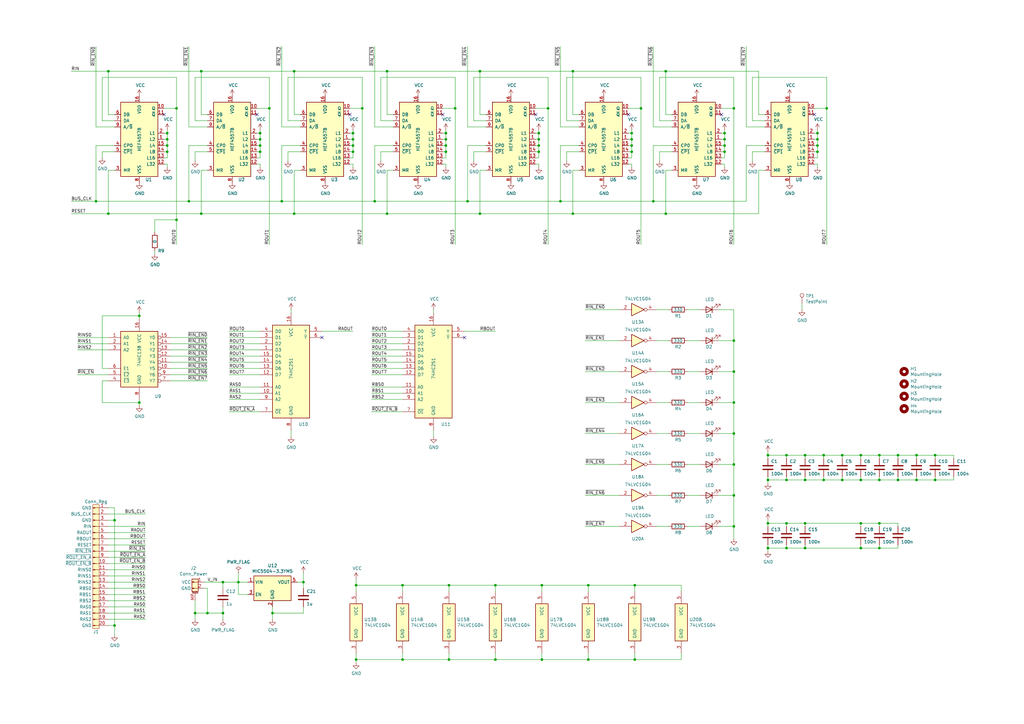
<source format=kicad_sch>
(kicad_sch (version 20211123) (generator eeschema)
  (paper "A3")
  (junction (at 191.77 82.55))
  (junction (at 182.88 62.23))
  (junction (at 124.46 238.76))
  (junction (at 297.18 57.15))
  (junction (at 229.87 82.55))
  (junction (at 375.92 196.85))
  (junction (at 106.68 57.15))
  (junction (at 314.96 224.79))
  (junction (at 337.82 186.69))
  (junction (at 82.55 29.21))
  (junction (at 165.1 240.03))
  (junction (at 120.65 87.63))
  (junction (at 259.08 59.69))
  (junction (at 115.57 82.55))
  (junction (at 337.82 196.85))
  (junction (at 46.99 256.54))
  (junction (at 241.3 240.03))
  (junction (at 68.58 54.61))
  (junction (at 186.69 44.45))
  (junction (at 57.15 129.54))
  (junction (at 91.44 238.76))
  (junction (at 335.28 62.23))
  (junction (at 330.2 186.69))
  (junction (at 300.99 152.4))
  (junction (at 267.97 82.55))
  (junction (at 262.89 44.45))
  (junction (at 158.75 29.21))
  (junction (at 368.3 196.85))
  (junction (at 44.45 29.21))
  (junction (at 335.28 57.15))
  (junction (at 314.96 186.69))
  (junction (at 68.58 62.23))
  (junction (at 260.35 240.03))
  (junction (at 300.99 165.1))
  (junction (at 165.1 270.51))
  (junction (at 82.55 87.63))
  (junction (at 146.05 240.03))
  (junction (at 85.09 251.46))
  (junction (at 97.79 238.76))
  (junction (at 68.58 57.15))
  (junction (at 196.85 29.21))
  (junction (at 182.88 59.69))
  (junction (at 91.44 251.46))
  (junction (at 353.06 224.79))
  (junction (at 297.18 59.69))
  (junction (at 184.15 270.51))
  (junction (at 111.76 251.46))
  (junction (at 182.88 54.61))
  (junction (at 297.18 62.23))
  (junction (at 322.58 196.85))
  (junction (at 196.85 87.63))
  (junction (at 322.58 224.79))
  (junction (at 330.2 224.79))
  (junction (at 106.68 54.61))
  (junction (at 110.49 44.45))
  (junction (at 300.99 215.9))
  (junction (at 375.92 186.69))
  (junction (at 68.58 59.69))
  (junction (at 345.44 186.69))
  (junction (at 203.2 270.51))
  (junction (at 241.3 270.51))
  (junction (at 360.68 224.79))
  (junction (at 335.28 59.69))
  (junction (at 322.58 186.69))
  (junction (at 330.2 214.63))
  (junction (at 148.59 44.45))
  (junction (at 46.99 213.36))
  (junction (at 322.58 214.63))
  (junction (at 80.01 251.46))
  (junction (at 360.68 214.63))
  (junction (at 220.98 59.69))
  (junction (at 234.95 87.63))
  (junction (at 297.18 54.61))
  (junction (at 158.75 87.63))
  (junction (at 77.47 82.55))
  (junction (at 360.68 186.69))
  (junction (at 353.06 196.85))
  (junction (at 153.67 82.55))
  (junction (at 259.08 54.61))
  (junction (at 273.05 29.21))
  (junction (at 220.98 57.15))
  (junction (at 120.65 29.21))
  (junction (at 360.68 196.85))
  (junction (at 314.96 214.63))
  (junction (at 203.2 240.03))
  (junction (at 300.99 203.2))
  (junction (at 144.78 57.15))
  (junction (at 335.28 54.61))
  (junction (at 106.68 59.69))
  (junction (at 353.06 186.69))
  (junction (at 273.05 87.63))
  (junction (at 259.08 62.23))
  (junction (at 368.3 186.69))
  (junction (at 383.54 186.69))
  (junction (at 314.96 196.85))
  (junction (at 222.25 270.51))
  (junction (at 146.05 270.51))
  (junction (at 144.78 54.61))
  (junction (at 353.06 214.63))
  (junction (at 224.79 44.45))
  (junction (at 72.39 90.17))
  (junction (at 39.37 82.55))
  (junction (at 330.2 196.85))
  (junction (at 184.15 240.03))
  (junction (at 44.45 87.63))
  (junction (at 106.68 62.23))
  (junction (at 220.98 62.23))
  (junction (at 383.54 196.85))
  (junction (at 144.78 62.23))
  (junction (at 260.35 270.51))
  (junction (at 259.08 57.15))
  (junction (at 220.98 54.61))
  (junction (at 339.09 44.45))
  (junction (at 57.15 165.1))
  (junction (at 72.39 44.45))
  (junction (at 182.88 57.15))
  (junction (at 300.99 139.7))
  (junction (at 300.99 177.8))
  (junction (at 144.78 59.69))
  (junction (at 345.44 196.85))
  (junction (at 300.99 190.5))
  (junction (at 222.25 240.03))
  (junction (at 300.99 44.45))
  (junction (at 234.95 29.21))
  (no_connect (at 67.31 46.99))
  (no_connect (at 219.71 46.99))
  (no_connect (at 190.5 138.43))
  (no_connect (at 143.51 46.99))
  (no_connect (at 257.81 46.99))
  (no_connect (at 181.61 46.99))
  (no_connect (at 132.08 138.43))
  (no_connect (at 295.91 46.99))
  (no_connect (at 334.01 46.99))
  (no_connect (at 105.41 46.99))
  (wire (pts (xy 300.99 44.45) (xy 300.99 31.75)))
  (wire (pts (xy 219.71 67.31) (xy 220.98 67.31)))
  (wire (pts (xy 203.2 242.57) (xy 203.2 240.03)))
  (wire (pts (xy 360.68 215.9) (xy 360.68 214.63)))
  (wire (pts (xy 82.55 29.21) (xy 120.65 29.21)))
  (wire (pts (xy 59.69 241.3) (xy 44.45 241.3)))
  (wire (pts (xy 106.68 153.67) (xy 93.98 153.67)))
  (wire (pts (xy 41.91 129.54) (xy 57.15 129.54)))
  (wire (pts (xy 259.08 64.77) (xy 257.81 64.77)))
  (wire (pts (xy 115.57 59.69) (xy 123.19 59.69)))
  (wire (pts (xy 203.2 267.97) (xy 203.2 270.51)))
  (wire (pts (xy 273.05 29.21) (xy 311.15 29.21)))
  (wire (pts (xy 124.46 248.92) (xy 124.46 251.46)))
  (wire (pts (xy 353.06 196.85) (xy 360.68 196.85)))
  (wire (pts (xy 259.08 54.61) (xy 257.81 54.61)))
  (wire (pts (xy 158.75 87.63) (xy 120.65 87.63)))
  (wire (pts (xy 106.68 163.83) (xy 93.98 163.83)))
  (wire (pts (xy 161.29 52.07) (xy 153.67 52.07)))
  (wire (pts (xy 196.85 46.99) (xy 199.39 46.99)))
  (wire (pts (xy 279.4 270.51) (xy 279.4 267.97)))
  (wire (pts (xy 44.45 87.63) (xy 29.21 87.63)))
  (wire (pts (xy 158.75 46.99) (xy 161.29 46.99)))
  (wire (pts (xy 330.2 186.69) (xy 330.2 187.96)))
  (wire (pts (xy 337.82 196.85) (xy 345.44 196.85)))
  (wire (pts (xy 143.51 67.31) (xy 144.78 67.31)))
  (wire (pts (xy 294.64 215.9) (xy 300.99 215.9)))
  (wire (pts (xy 165.1 143.51) (xy 152.4 143.51)))
  (wire (pts (xy 360.68 186.69) (xy 360.68 187.96)))
  (wire (pts (xy 182.88 54.61) (xy 181.61 54.61)))
  (wire (pts (xy 46.99 208.28) (xy 44.45 208.28)))
  (wire (pts (xy 31.75 138.43) (xy 44.45 138.43)))
  (wire (pts (xy 330.2 223.52) (xy 330.2 224.79)))
  (wire (pts (xy 199.39 49.53) (xy 194.31 49.53)))
  (wire (pts (xy 152.4 151.13) (xy 165.1 151.13)))
  (wire (pts (xy 124.46 238.76) (xy 121.92 238.76)))
  (wire (pts (xy 161.29 69.85) (xy 158.75 69.85)))
  (wire (pts (xy 161.29 59.69) (xy 153.67 59.69)))
  (wire (pts (xy 144.78 59.69) (xy 143.51 59.69)))
  (wire (pts (xy 279.4 240.03) (xy 279.4 242.57)))
  (wire (pts (xy 391.16 196.85) (xy 391.16 195.58)))
  (wire (pts (xy 259.08 59.69) (xy 259.08 62.23)))
  (wire (pts (xy 294.64 152.4) (xy 300.99 152.4)))
  (wire (pts (xy 294.64 165.1) (xy 300.99 165.1)))
  (wire (pts (xy 153.67 59.69) (xy 153.67 82.55)))
  (wire (pts (xy 297.18 67.31) (xy 297.18 68.58)))
  (wire (pts (xy 220.98 53.34) (xy 220.98 54.61)))
  (wire (pts (xy 118.11 49.53) (xy 123.19 49.53)))
  (wire (pts (xy 260.35 270.51) (xy 279.4 270.51)))
  (wire (pts (xy 143.51 62.23) (xy 144.78 62.23)))
  (wire (pts (xy 196.85 87.63) (xy 196.85 69.85)))
  (wire (pts (xy 165.1 161.29) (xy 152.4 161.29)))
  (wire (pts (xy 300.99 44.45) (xy 300.99 100.33)))
  (wire (pts (xy 119.38 127) (xy 119.38 128.27)))
  (wire (pts (xy 181.61 62.23) (xy 182.88 62.23)))
  (wire (pts (xy 273.05 87.63) (xy 273.05 69.85)))
  (wire (pts (xy 306.07 82.55) (xy 267.97 82.55)))
  (wire (pts (xy 254 203.2) (xy 240.03 203.2)))
  (wire (pts (xy 322.58 214.63) (xy 314.96 214.63)))
  (wire (pts (xy 339.09 44.45) (xy 339.09 31.75)))
  (wire (pts (xy 334.01 44.45) (xy 339.09 44.45)))
  (wire (pts (xy 69.85 143.51) (xy 85.09 143.51)))
  (wire (pts (xy 234.95 87.63) (xy 234.95 69.85)))
  (wire (pts (xy 330.2 196.85) (xy 337.82 196.85)))
  (wire (pts (xy 281.94 203.2) (xy 287.02 203.2)))
  (wire (pts (xy 353.06 187.96) (xy 353.06 186.69)))
  (wire (pts (xy 330.2 214.63) (xy 353.06 214.63)))
  (wire (pts (xy 153.67 52.07) (xy 153.67 19.05)))
  (wire (pts (xy 237.49 52.07) (xy 229.87 52.07)))
  (wire (pts (xy 41.91 31.75) (xy 72.39 31.75)))
  (wire (pts (xy 267.97 82.55) (xy 229.87 82.55)))
  (wire (pts (xy 152.4 146.05) (xy 165.1 146.05)))
  (wire (pts (xy 80.01 66.04) (xy 80.01 62.23)))
  (wire (pts (xy 254 152.4) (xy 240.03 152.4)))
  (wire (pts (xy 106.68 143.51) (xy 93.98 143.51)))
  (wire (pts (xy 314.96 224.79) (xy 314.96 226.06)))
  (wire (pts (xy 152.4 158.75) (xy 165.1 158.75)))
  (wire (pts (xy 260.35 242.57) (xy 260.35 240.03)))
  (wire (pts (xy 308.61 31.75) (xy 308.61 49.53)))
  (wire (pts (xy 220.98 59.69) (xy 219.71 59.69)))
  (wire (pts (xy 273.05 46.99) (xy 273.05 29.21)))
  (wire (pts (xy 353.06 214.63) (xy 353.06 215.9)))
  (wire (pts (xy 106.68 54.61) (xy 106.68 57.15)))
  (wire (pts (xy 334.01 57.15) (xy 335.28 57.15)))
  (wire (pts (xy 311.15 69.85) (xy 311.15 87.63)))
  (wire (pts (xy 254 127) (xy 240.03 127)))
  (wire (pts (xy 144.78 53.34) (xy 144.78 54.61)))
  (wire (pts (xy 46.99 213.36) (xy 46.99 256.54)))
  (wire (pts (xy 158.75 29.21) (xy 196.85 29.21)))
  (wire (pts (xy 186.69 44.45) (xy 186.69 31.75)))
  (wire (pts (xy 120.65 87.63) (xy 120.65 69.85)))
  (wire (pts (xy 334.01 67.31) (xy 335.28 67.31)))
  (wire (pts (xy 224.79 44.45) (xy 224.79 31.75)))
  (wire (pts (xy 46.99 49.53) (xy 41.91 49.53)))
  (wire (pts (xy 57.15 128.27) (xy 57.15 129.54)))
  (wire (pts (xy 93.98 146.05) (xy 106.68 146.05)))
  (wire (pts (xy 59.69 223.52) (xy 44.45 223.52)))
  (wire (pts (xy 237.49 49.53) (xy 232.41 49.53)))
  (wire (pts (xy 294.64 177.8) (xy 300.99 177.8)))
  (wire (pts (xy 267.97 82.55) (xy 267.97 59.69)))
  (wire (pts (xy 314.96 214.63) (xy 314.96 215.9)))
  (wire (pts (xy 306.07 59.69) (xy 306.07 82.55)))
  (wire (pts (xy 270.51 62.23) (xy 275.59 62.23)))
  (wire (pts (xy 69.85 140.97) (xy 85.09 140.97)))
  (wire (pts (xy 184.15 242.57) (xy 184.15 240.03)))
  (wire (pts (xy 182.88 67.31) (xy 182.88 68.58)))
  (wire (pts (xy 118.11 62.23) (xy 123.19 62.23)))
  (wire (pts (xy 222.25 270.51) (xy 241.3 270.51)))
  (wire (pts (xy 191.77 59.69) (xy 199.39 59.69)))
  (wire (pts (xy 165.1 138.43) (xy 152.4 138.43)))
  (wire (pts (xy 330.2 196.85) (xy 330.2 195.58)))
  (wire (pts (xy 110.49 44.45) (xy 110.49 100.33)))
  (wire (pts (xy 146.05 270.51) (xy 146.05 271.78)))
  (wire (pts (xy 368.3 186.69) (xy 375.92 186.69)))
  (wire (pts (xy 297.18 57.15) (xy 297.18 59.69)))
  (wire (pts (xy 308.61 62.23) (xy 308.61 66.04)))
  (wire (pts (xy 275.59 52.07) (xy 267.97 52.07)))
  (wire (pts (xy 335.28 62.23) (xy 335.28 64.77)))
  (wire (pts (xy 165.1 270.51) (xy 184.15 270.51)))
  (wire (pts (xy 229.87 59.69) (xy 237.49 59.69)))
  (wire (pts (xy 182.88 64.77) (xy 181.61 64.77)))
  (wire (pts (xy 146.05 240.03) (xy 165.1 240.03)))
  (wire (pts (xy 391.16 186.69) (xy 391.16 187.96)))
  (wire (pts (xy 360.68 196.85) (xy 360.68 195.58)))
  (wire (pts (xy 254 165.1) (xy 240.03 165.1)))
  (wire (pts (xy 82.55 46.99) (xy 82.55 29.21)))
  (wire (pts (xy 146.05 267.97) (xy 146.05 270.51)))
  (wire (pts (xy 101.6 243.84) (xy 97.79 243.84)))
  (wire (pts (xy 158.75 69.85) (xy 158.75 87.63)))
  (wire (pts (xy 224.79 44.45) (xy 224.79 100.33)))
  (wire (pts (xy 220.98 64.77) (xy 219.71 64.77)))
  (wire (pts (xy 260.35 267.97) (xy 260.35 270.51)))
  (wire (pts (xy 82.55 46.99) (xy 85.09 46.99)))
  (wire (pts (xy 306.07 52.07) (xy 306.07 19.05)))
  (wire (pts (xy 106.68 138.43) (xy 93.98 138.43)))
  (wire (pts (xy 339.09 44.45) (xy 339.09 100.33)))
  (wire (pts (xy 77.47 82.55) (xy 39.37 82.55)))
  (wire (pts (xy 46.99 208.28) (xy 46.99 213.36)))
  (wire (pts (xy 105.41 57.15) (xy 106.68 57.15)))
  (wire (pts (xy 29.21 82.55) (xy 39.37 82.55)))
  (wire (pts (xy 196.85 46.99) (xy 196.85 29.21)))
  (wire (pts (xy 259.08 53.34) (xy 259.08 54.61)))
  (wire (pts (xy 314.96 224.79) (xy 322.58 224.79)))
  (wire (pts (xy 334.01 62.23) (xy 335.28 62.23)))
  (wire (pts (xy 63.5 104.14) (xy 63.5 102.87)))
  (wire (pts (xy 294.64 203.2) (xy 300.99 203.2)))
  (wire (pts (xy 91.44 254) (xy 91.44 251.46)))
  (wire (pts (xy 156.21 66.04) (xy 156.21 62.23)))
  (wire (pts (xy 360.68 186.69) (xy 368.3 186.69)))
  (wire (pts (xy 295.91 67.31) (xy 297.18 67.31)))
  (wire (pts (xy 44.45 256.54) (xy 46.99 256.54)))
  (wire (pts (xy 85.09 241.3) (xy 85.09 251.46)))
  (wire (pts (xy 196.85 29.21) (xy 234.95 29.21)))
  (wire (pts (xy 345.44 196.85) (xy 353.06 196.85)))
  (wire (pts (xy 83.82 241.3) (xy 85.09 241.3)))
  (wire (pts (xy 345.44 196.85) (xy 345.44 195.58)))
  (wire (pts (xy 353.06 186.69) (xy 360.68 186.69)))
  (wire (pts (xy 165.1 240.03) (xy 184.15 240.03)))
  (wire (pts (xy 68.58 62.23) (xy 68.58 64.77)))
  (wire (pts (xy 59.69 248.92) (xy 44.45 248.92)))
  (wire (pts (xy 93.98 140.97) (xy 106.68 140.97)))
  (wire (pts (xy 267.97 52.07) (xy 267.97 19.05)))
  (wire (pts (xy 165.1 148.59) (xy 152.4 148.59)))
  (wire (pts (xy 148.59 44.45) (xy 148.59 31.75)))
  (wire (pts (xy 322.58 187.96) (xy 322.58 186.69)))
  (wire (pts (xy 124.46 241.3) (xy 124.46 238.76)))
  (wire (pts (xy 182.88 62.23) (xy 182.88 64.77)))
  (wire (pts (xy 44.45 69.85) (xy 46.99 69.85)))
  (wire (pts (xy 97.79 243.84) (xy 97.79 238.76)))
  (wire (pts (xy 222.25 267.97) (xy 222.25 270.51)))
  (wire (pts (xy 41.91 62.23) (xy 41.91 64.77)))
  (wire (pts (xy 44.45 87.63) (xy 44.45 69.85)))
  (wire (pts (xy 270.51 62.23) (xy 270.51 66.04)))
  (wire (pts (xy 335.28 64.77) (xy 334.01 64.77)))
  (wire (pts (xy 46.99 62.23) (xy 41.91 62.23)))
  (wire (pts (xy 308.61 31.75) (xy 339.09 31.75)))
  (wire (pts (xy 44.45 251.46) (xy 59.69 251.46)))
  (wire (pts (xy 59.69 238.76) (xy 44.45 238.76)))
  (wire (pts (xy 182.88 53.34) (xy 182.88 54.61)))
  (wire (pts (xy 106.68 54.61) (xy 105.41 54.61)))
  (wire (pts (xy 313.69 52.07) (xy 306.07 52.07)))
  (wire (pts (xy 314.96 186.69) (xy 322.58 186.69)))
  (wire (pts (xy 44.45 46.99) (xy 46.99 46.99)))
  (wire (pts (xy 59.69 254) (xy 44.45 254)))
  (wire (pts (xy 273.05 69.85) (xy 275.59 69.85)))
  (wire (pts (xy 335.28 59.69) (xy 335.28 62.23)))
  (wire (pts (xy 274.32 139.7) (xy 269.24 139.7)))
  (wire (pts (xy 300.99 190.5) (xy 300.99 203.2)))
  (wire (pts (xy 106.68 135.89) (xy 93.98 135.89)))
  (wire (pts (xy 360.68 196.85) (xy 368.3 196.85)))
  (wire (pts (xy 257.81 57.15) (xy 259.08 57.15)))
  (wire (pts (xy 241.3 267.97) (xy 241.3 270.51)))
  (wire (pts (xy 153.67 82.55) (xy 115.57 82.55)))
  (wire (pts (xy 82.55 69.85) (xy 85.09 69.85)))
  (wire (pts (xy 300.99 203.2) (xy 300.99 215.9)))
  (wire (pts (xy 345.44 186.69) (xy 353.06 186.69)))
  (wire (pts (xy 106.68 59.69) (xy 105.41 59.69)))
  (wire (pts (xy 314.96 195.58) (xy 314.96 196.85)))
  (wire (pts (xy 203.2 270.51) (xy 222.25 270.51)))
  (wire (pts (xy 156.21 62.23) (xy 161.29 62.23)))
  (wire (pts (xy 375.92 196.85) (xy 375.92 195.58)))
  (wire (pts (xy 270.51 31.75) (xy 300.99 31.75)))
  (wire (pts (xy 59.69 231.14) (xy 44.45 231.14)))
  (wire (pts (xy 182.88 57.15) (xy 182.88 59.69)))
  (wire (pts (xy 337.82 187.96) (xy 337.82 186.69)))
  (wire (pts (xy 330.2 215.9) (xy 330.2 214.63)))
  (wire (pts (xy 274.32 190.5) (xy 269.24 190.5)))
  (wire (pts (xy 144.78 62.23) (xy 144.78 64.77)))
  (wire (pts (xy 39.37 82.55) (xy 39.37 59.69)))
  (wire (pts (xy 44.45 210.82) (xy 59.69 210.82)))
  (wire (pts (xy 46.99 256.54) (xy 46.99 260.35)))
  (wire (pts (xy 273.05 46.99) (xy 275.59 46.99)))
  (wire (pts (xy 314.96 196.85) (xy 322.58 196.85)))
  (wire (pts (xy 29.21 29.21) (xy 44.45 29.21)))
  (wire (pts (xy 110.49 44.45) (xy 110.49 31.75)))
  (wire (pts (xy 41.91 156.21) (xy 44.45 156.21)))
  (wire (pts (xy 360.68 214.63) (xy 368.3 214.63)))
  (wire (pts (xy 152.4 168.91) (xy 165.1 168.91)))
  (wire (pts (xy 281.94 177.8) (xy 287.02 177.8)))
  (wire (pts (xy 314.96 214.63) (xy 314.96 213.36)))
  (wire (pts (xy 196.85 69.85) (xy 199.39 69.85)))
  (wire (pts (xy 63.5 90.17) (xy 72.39 90.17)))
  (wire (pts (xy 294.64 139.7) (xy 300.99 139.7)))
  (wire (pts (xy 328.93 124.46) (xy 328.93 127)))
  (wire (pts (xy 281.94 139.7) (xy 287.02 139.7)))
  (wire (pts (xy 232.41 31.75) (xy 232.41 49.53)))
  (wire (pts (xy 257.81 62.23) (xy 259.08 62.23)))
  (wire (pts (xy 308.61 49.53) (xy 313.69 49.53)))
  (wire (pts (xy 281.94 165.1) (xy 287.02 165.1)))
  (wire (pts (xy 77.47 52.07) (xy 77.47 19.05)))
  (wire (pts (xy 57.15 165.1) (xy 41.91 165.1)))
  (wire (pts (xy 274.32 203.2) (xy 269.24 203.2)))
  (wire (pts (xy 59.69 220.98) (xy 44.45 220.98)))
  (wire (pts (xy 59.69 228.6) (xy 44.45 228.6)))
  (wire (pts (xy 120.65 29.21) (xy 158.75 29.21)))
  (wire (pts (xy 68.58 54.61) (xy 68.58 57.15)))
  (wire (pts (xy 57.15 165.1) (xy 57.15 166.37)))
  (wire (pts (xy 330.2 224.79) (xy 353.06 224.79)))
  (wire (pts (xy 294.64 127) (xy 300.99 127)))
  (wire (pts (xy 300.99 215.9) (xy 300.99 220.98)))
  (wire (pts (xy 260.35 240.03) (xy 279.4 240.03)))
  (wire (pts (xy 158.75 46.99) (xy 158.75 29.21)))
  (wire (pts (xy 297.18 62.23) (xy 297.18 64.77)))
  (wire (pts (xy 184.15 270.51) (xy 203.2 270.51)))
  (wire (pts (xy 44.45 29.21) (xy 82.55 29.21)))
  (wire (pts (xy 267.97 59.69) (xy 275.59 59.69)))
  (wire (pts (xy 220.98 54.61) (xy 220.98 57.15)))
  (wire (pts (xy 191.77 82.55) (xy 153.67 82.55)))
  (wire (pts (xy 69.85 138.43) (xy 85.09 138.43)))
  (wire (pts (xy 234.95 29.21) (xy 273.05 29.21)))
  (wire (pts (xy 297.18 54.61) (xy 295.91 54.61)))
  (wire (pts (xy 69.85 146.05) (xy 85.09 146.05)))
  (wire (pts (xy 93.98 151.13) (xy 106.68 151.13)))
  (wire (pts (xy 91.44 241.3) (xy 91.44 238.76)))
  (wire (pts (xy 353.06 195.58) (xy 353.06 196.85)))
  (wire (pts (xy 257.81 44.45) (xy 262.89 44.45)))
  (wire (pts (xy 69.85 156.21) (xy 85.09 156.21)))
  (wire (pts (xy 182.88 59.69) (xy 181.61 59.69)))
  (wire (pts (xy 375.92 196.85) (xy 383.54 196.85)))
  (wire (pts (xy 295.91 44.45) (xy 300.99 44.45)))
  (wire (pts (xy 199.39 62.23) (xy 194.31 62.23)))
  (wire (pts (xy 281.94 152.4) (xy 287.02 152.4)))
  (wire (pts (xy 77.47 82.55) (xy 77.47 59.69)))
  (wire (pts (xy 120.65 46.99) (xy 123.19 46.99)))
  (wire (pts (xy 82.55 87.63) (xy 82.55 69.85)))
  (wire (pts (xy 360.68 223.52) (xy 360.68 224.79)))
  (wire (pts (xy 72.39 90.17) (xy 72.39 100.33)))
  (wire (pts (xy 111.76 251.46) (xy 111.76 254)))
  (wire (pts (xy 383.54 186.69) (xy 383.54 187.96)))
  (wire (pts (xy 368.3 214.63) (xy 368.3 215.9)))
  (wire (pts (xy 259.08 67.31) (xy 259.08 68.58)))
  (wire (pts (xy 322.58 224.79) (xy 330.2 224.79)))
  (wire (pts (xy 124.46 234.95) (xy 124.46 238.76)))
  (wire (pts (xy 156.21 49.53) (xy 156.21 31.75)))
  (wire (pts (xy 59.69 246.38) (xy 44.45 246.38)))
  (wire (pts (xy 219.71 44.45) (xy 224.79 44.45)))
  (wire (pts (xy 257.81 67.31) (xy 259.08 67.31)))
  (wire (pts (xy 274.32 215.9) (xy 269.24 215.9)))
  (wire (pts (xy 314.96 196.85) (xy 314.96 198.12)))
  (wire (pts (xy 232.41 66.04) (xy 232.41 62.23)))
  (wire (pts (xy 106.68 158.75) (xy 93.98 158.75)))
  (wire (pts (xy 143.51 57.15) (xy 144.78 57.15)))
  (wire (pts (xy 77.47 59.69) (xy 85.09 59.69)))
  (wire (pts (xy 144.78 64.77) (xy 143.51 64.77)))
  (wire (pts (xy 67.31 62.23) (xy 68.58 62.23)))
  (wire (pts (xy 322.58 223.52) (xy 322.58 224.79)))
  (wire (pts (xy 120.65 46.99) (xy 120.65 29.21)))
  (wire (pts (xy 68.58 64.77) (xy 67.31 64.77)))
  (wire (pts (xy 295.91 57.15) (xy 297.18 57.15)))
  (wire (pts (xy 152.4 140.97) (xy 165.1 140.97)))
  (wire (pts (xy 360.68 224.79) (xy 368.3 224.79)))
  (wire (pts (xy 82.55 87.63) (xy 44.45 87.63)))
  (wire (pts (xy 232.41 31.75) (xy 262.89 31.75)))
  (wire (pts (xy 85.09 49.53) (xy 80.01 49.53)))
  (wire (pts (xy 106.68 53.34) (xy 106.68 54.61)))
  (wire (pts (xy 220.98 54.61) (xy 219.71 54.61)))
  (wire (pts (xy 184.15 240.03) (xy 203.2 240.03)))
  (wire (pts (xy 232.41 62.23) (xy 237.49 62.23)))
  (wire (pts (xy 68.58 67.31) (xy 68.58 68.58)))
  (wire (pts (xy 68.58 59.69) (xy 67.31 59.69)))
  (wire (pts (xy 186.69 44.45) (xy 186.69 100.33)))
  (wire (pts (xy 67.31 67.31) (xy 68.58 67.31)))
  (wire (pts (xy 182.88 54.61) (xy 182.88 57.15)))
  (wire (pts (xy 120.65 69.85) (xy 123.19 69.85)))
  (wire (pts (xy 80.01 49.53) (xy 80.01 31.75)))
  (wire (pts (xy 281.94 215.9) (xy 287.02 215.9)))
  (wire (pts (xy 106.68 148.59) (xy 93.98 148.59)))
  (wire (pts (xy 234.95 69.85) (xy 237.49 69.85)))
  (wire (pts (xy 190.5 135.89) (xy 203.2 135.89)))
  (wire (pts (xy 220.98 62.23) (xy 220.98 64.77)))
  (wire (pts (xy 144.78 59.69) (xy 144.78 62.23)))
  (wire (pts (xy 123.19 52.07) (xy 115.57 52.07)))
  (wire (pts (xy 300.99 127) (xy 300.99 139.7)))
  (wire (pts (xy 165.1 163.83) (xy 152.4 163.83)))
  (wire (pts (xy 222.25 242.57) (xy 222.25 240.03)))
  (wire (pts (xy 184.15 267.97) (xy 184.15 270.51)))
  (wire (pts (xy 93.98 168.91) (xy 106.68 168.91)))
  (wire (pts (xy 322.58 195.58) (xy 322.58 196.85)))
  (wire (pts (xy 383.54 195.58) (xy 383.54 196.85)))
  (wire (pts (xy 115.57 82.55) (xy 77.47 82.55)))
  (wire (pts (xy 241.3 240.03) (xy 260.35 240.03)))
  (wire (pts (xy 181.61 57.15) (xy 182.88 57.15)))
  (wire (pts (xy 83.82 238.76) (xy 91.44 238.76)))
  (wire (pts (xy 337.82 186.69) (xy 345.44 186.69)))
  (wire (pts (xy 97.79 234.95) (xy 97.79 238.76)))
  (wire (pts (xy 97.79 238.76) (xy 101.6 238.76)))
  (wire (pts (xy 80.01 31.75) (xy 110.49 31.75)))
  (wire (pts (xy 273.05 87.63) (xy 234.95 87.63)))
  (wire (pts (xy 313.69 59.69) (xy 306.07 59.69)))
  (wire (pts (xy 220.98 67.31) (xy 220.98 68.58)))
  (wire (pts (xy 72.39 44.45) (xy 72.39 90.17)))
  (wire (pts (xy 194.31 31.75) (xy 224.79 31.75)))
  (wire (pts (xy 143.51 44.45) (xy 148.59 44.45)))
  (wire (pts (xy 57.15 163.83) (xy 57.15 165.1)))
  (wire (pts (xy 181.61 44.45) (xy 186.69 44.45)))
  (wire (pts (xy 259.08 62.23) (xy 259.08 64.77)))
  (wire (pts (xy 220.98 59.69) (xy 220.98 62.23)))
  (wire (pts (xy 144.78 67.31) (xy 144.78 68.58)))
  (wire (pts (xy 39.37 52.07) (xy 39.37 19.05)))
  (wire (pts (xy 281.94 190.5) (xy 287.02 190.5)))
  (wire (pts (xy 383.54 196.85) (xy 391.16 196.85)))
  (wire (pts (xy 300.99 165.1) (xy 300.99 177.8)))
  (wire (pts (xy 259.08 59.69) (xy 257.81 59.69)))
  (wire (pts (xy 274.32 177.8) (xy 269.24 177.8)))
  (wire (pts (xy 234.95 87.63) (xy 196.85 87.63)))
  (wire (pts (xy 85.09 52.07) (xy 77.47 52.07)))
  (wire (pts (xy 300.99 152.4) (xy 300.99 165.1)))
  (wire (pts (xy 80.01 251.46) (xy 80.01 254)))
  (wire (pts (xy 353.06 224.79) (xy 360.68 224.79)))
  (wire (pts (xy 106.68 67.31) (xy 106.68 68.58)))
  (wire (pts (xy 181.61 67.31) (xy 182.88 67.31)))
  (wire (pts (xy 44.45 151.13) (xy 41.91 151.13)))
  (wire (pts (xy 297.18 64.77) (xy 295.91 64.77)))
  (wire (pts (xy 383.54 186.69) (xy 391.16 186.69)))
  (wire (pts (xy 259.08 54.61) (xy 259.08 57.15)))
  (wire (pts (xy 106.68 62.23) (xy 106.68 64.77)))
  (wire (pts (xy 191.77 82.55) (xy 191.77 59.69)))
  (wire (pts (xy 165.1 153.67) (xy 152.4 153.67)))
  (wire (pts (xy 67.31 57.15) (xy 68.58 57.15)))
  (wire (pts (xy 274.32 165.1) (xy 269.24 165.1)))
  (wire (pts (xy 300.99 139.7) (xy 300.99 152.4)))
  (wire (pts (xy 313.69 69.85) (xy 311.15 69.85)))
  (wire (pts (xy 368.3 196.85) (xy 375.92 196.85)))
  (wire (pts (xy 219.71 57.15) (xy 220.98 57.15)))
  (wire (pts (xy 254 177.8) (xy 240.03 177.8)))
  (wire (pts (xy 120.65 87.63) (xy 82.55 87.63)))
  (wire (pts (xy 105.41 67.31) (xy 106.68 67.31)))
  (wire (pts (xy 44.45 213.36) (xy 46.99 213.36)))
  (wire (pts (xy 39.37 59.69) (xy 46.99 59.69)))
  (wire (pts (xy 281.94 127) (xy 287.02 127)))
  (wire (pts (xy 41.91 151.13) (xy 41.91 129.54)))
  (wire (pts (xy 234.95 46.99) (xy 234.95 29.21)))
  (wire (pts (xy 297.18 53.34) (xy 297.18 54.61)))
  (wire (pts (xy 335.28 57.15) (xy 335.28 59.69)))
  (wire (pts (xy 115.57 82.55) (xy 115.57 59.69)))
  (wire (pts (xy 156.21 49.53) (xy 161.29 49.53)))
  (wire (pts (xy 345.44 186.69) (xy 345.44 187.96)))
  (wire (pts (xy 254 139.7) (xy 240.03 139.7)))
  (wire (pts (xy 91.44 248.92) (xy 91.44 251.46)))
  (wire (pts (xy 31.75 140.97) (xy 44.45 140.97)))
  (wire (pts (xy 59.69 226.06) (xy 44.45 226.06)))
  (wire (pts (xy 68.58 53.34) (xy 68.58 54.61)))
  (wire (pts (xy 262.89 44.45) (xy 262.89 100.33)))
  (wire (pts (xy 146.05 237.49) (xy 146.05 240.03)))
  (wire (pts (xy 41.91 31.75) (xy 41.91 49.53)))
  (wire (pts (xy 68.58 59.69) (xy 68.58 62.23)))
  (wire (pts (xy 105.41 62.23) (xy 106.68 62.23)))
  (wire (pts (xy 177.8 176.53) (xy 177.8 179.07)))
  (wire (pts (xy 368.3 187.96) (xy 368.3 186.69)))
  (wire (pts (xy 229.87 82.55) (xy 229.87 59.69)))
  (wire (pts (xy 322.58 214.63) (xy 322.58 215.9)))
  (wire (pts (xy 220.98 57.15) (xy 220.98 59.69)))
  (wire (pts (xy 59.69 236.22) (xy 44.45 236.22)))
  (wire (pts (xy 295.91 62.23) (xy 297.18 62.23)))
  (wire (pts (xy 63.5 95.25) (xy 63.5 90.17)))
  (wire (pts (xy 229.87 52.07) (xy 229.87 19.05)))
  (wire (pts (xy 203.2 240.03) (xy 222.25 240.03)))
  (wire (pts (xy 222.25 240.03) (xy 241.3 240.03)))
  (wire (pts (xy 335.28 54.61) (xy 335.28 57.15)))
  (wire (pts (xy 80.01 246.38) (xy 80.01 251.46)))
  (wire (pts (xy 67.31 44.45) (xy 72.39 44.45)))
  (wire (pts (xy 254 190.5) (xy 240.03 190.5)))
  (wire (pts (xy 119.38 176.53) (xy 119.38 179.07)))
  (wire (pts (xy 144.78 54.61) (xy 143.51 54.61)))
  (wire (pts (xy 46.99 52.07) (xy 39.37 52.07)))
  (wire (pts (xy 85.09 251.46) (xy 91.44 251.46)))
  (wire (pts (xy 311.15 46.99) (xy 313.69 46.99)))
  (wire (pts (xy 254 215.9) (xy 240.03 215.9)))
  (wire (pts (xy 311.15 87.63) (xy 273.05 87.63)))
  (wire (pts (xy 274.32 152.4) (xy 269.24 152.4)))
  (wire (pts (xy 297.18 59.69) (xy 297.18 62.23)))
  (wire (pts (xy 322.58 196.85) (xy 330.2 196.85)))
  (wire (pts (xy 115.57 52.07) (xy 115.57 19.05)))
  (wire (pts (xy 124.46 251.46) (xy 111.76 251.46)))
  (wire (pts (xy 300.99 177.8) (xy 300.99 190.5)))
  (wire (pts (xy 314.96 185.42) (xy 314.96 186.69)))
  (wire (pts (xy 368.3 195.58) (xy 368.3 196.85)))
  (wire (pts (xy 335.28 54.61) (xy 334.01 54.61)))
  (wire (pts (xy 199.39 52.07) (xy 191.77 52.07)))
  (wire (pts (xy 146.05 242.57) (xy 146.05 240.03)))
  (wire (pts (xy 148.59 44.45) (xy 148.59 100.33)))
  (wire (pts (xy 335.28 59.69) (xy 334.01 59.69)))
  (wire (pts (xy 308.61 62.23) (xy 313.69 62.23)))
  (wire (pts (xy 194.31 31.75) (xy 194.31 49.53)))
  (wire (pts (xy 322.58 186.69) (xy 330.2 186.69)))
  (wire (pts (xy 69.85 148.59) (xy 85.09 148.59)))
  (wire (pts (xy 118.11 66.04) (xy 118.11 62.23)))
  (wire (pts (xy 31.75 143.51) (xy 44.45 143.51)))
  (wire (pts (xy 156.21 31.75) (xy 186.69 31.75)))
  (wire (pts (xy 375.92 186.69) (xy 383.54 186.69)))
  (wire (pts (xy 69.85 153.67) (xy 85.09 153.67)))
  (wire (pts (xy 44.45 46.99) (xy 44.45 29.21)))
  (wire (pts (xy 314.96 186.69) (xy 314.96 187.96)))
  (wire (pts (xy 241.3 242.57) (xy 241.3 240.03)))
  (wire (pts (xy 177.8 127) (xy 177.8 128.27)))
  (wire (pts (xy 297.18 54.61) (xy 297.18 57.15)))
  (wire (pts (xy 337.82 195.58) (xy 337.82 196.85)))
  (wire (pts (xy 297.18 59.69) (xy 295.91 59.69)))
  (wire (pts (xy 229.87 82.55) (xy 191.77 82.55)))
  (wire (pts (xy 144.78 54.61) (xy 144.78 57.15)))
  (wire (pts (xy 294.64 190.5) (xy 300.99 190.5)))
  (wire (pts (xy 234.95 46.99) (xy 237.49 46.99)))
  (wire (pts (xy 41.91 165.1) (xy 41.91 156.21)))
  (wire (pts (xy 194.31 62.23) (xy 194.31 66.04)))
  (wire (pts (xy 375.92 187.96) (xy 375.92 186.69)))
  (wire (pts (xy 106.68 64.77) (xy 105.41 64.77)))
  (wire (pts (xy 270.51 49.53) (xy 275.59 49.53)))
  (wire (pts (xy 330.2 186.69) (xy 337.82 186.69)))
  (wire (pts (xy 335.28 67.31) (xy 335.28 68.58)))
  (wire (pts (xy 165.1 242.57) (xy 165.1 240.03)))
  (wire (pts (xy 322.58 214.63) (xy 330.2 214.63)))
  (wire (pts (xy 59.69 215.9) (xy 44.45 215.9)))
  (wire (pts (xy 31.75 153.67) (xy 44.45 153.67)))
  (wire (pts (xy 68.58 54.61) (xy 67.31 54.61)))
  (wire (pts (xy 311.15 46.99) (xy 311.15 29.21)))
  (wire (pts (xy 368.3 224.79) (xy 368.3 223.52)))
  (wire (pts (xy 165.1 135.89) (xy 152.4 135.89)))
  (wire (pts (xy 144.78 57.15) (xy 144.78 59.69)))
  (wire (pts (xy 335.28 53.34) (xy 335.28 54.61)))
  (wire (pts (xy 196.85 87.63) (xy 158.75 87.63)))
  (wire (pts (xy 274.32 127) (xy 269.24 127)))
  (wire (pts (xy 241.3 270.51) (xy 260.35 270.51)))
  (wire (pts (xy 105.41 44.45) (xy 110.49 44.45)))
  (wire (pts (xy 44.45 243.84) (xy 59.69 243.84)))
  (wire (pts (xy 165.1 267.97) (xy 165.1 270.51)))
  (wire (pts (xy 314.96 223.52) (xy 314.96 224.79)))
  (wire (pts (xy 118.11 31.75) (xy 148.59 31.75)))
  (wire (pts (xy 69.85 151.13) (xy 85.09 151.13)))
  (wire (pts (xy 59.69 233.68) (xy 44.45 233.68)))
  (wire (pts (xy 57.15 129.54) (xy 57.15 130.81)))
  (wire (pts (xy 259.08 57.15) (xy 259.08 59.69)))
  (wire (pts (xy 106.68 57.15) (xy 106.68 59.69)))
  (wire (pts (xy 93.98 161.29) (xy 106.68 161.29)))
  (wire (pts (xy 59.69 218.44) (xy 44.45 218.44)))
  (wire (pts (xy 262.89 44.45) (xy 262.89 31.75)))
  (wire (pts (xy 91.44 238.76) (xy 97.79 238.76)))
  (wire (pts (xy 80.01 251.46) (xy 85.09 251.46)))
  (wire (pts (xy 68.58 57.15) (xy 68.58 59.69)))
  (wire (pts (xy 191.77 52.07) (xy 191.77 19.05)))
  (wire (pts (xy 270.51 31.75) (xy 270.51 49.53)))
  (wire (pts (xy 111.76 248.92) (xy 111.76 251.46)))
  (wire (pts (xy 118.11 31.75) (xy 118.11 49.53)))
  (wire (pts (xy 219.71 62.23) (xy 220.98 62.23)))
  (wire (pts (xy 132.08 135.89) (xy 144.78 135.89)))
  (wire (pts (xy 353.06 214.63) (xy 360.68 214.63)))
  (wire (pts (xy 80.01 62.23) (xy 85.09 62.23)))
  (wire (pts (xy 182.88 59.69) (xy 182.88 62.23)))
  (wire (pts (xy 146.05 270.51) (xy 165.1 270.51)))
  (wire (pts (xy 106.68 59.69) (xy 106.68 62.23)))
  (wire (pts (xy 72.39 44.45) (xy 72.39 31.75)))
  (wire (pts (xy 353.06 224.79) (xy 353.06 223.52)))
  (label "RINS2" (at 31.75 143.51 0))
  (label "~{RIN_EN0}" (at 85.09 138.43 180))
  (label "RBS2" (at 152.4 163.83 0))
  (label "BUS_CLK" (at 59.69 210.82 180))
  (label "ROUT0" (at 152.4 135.89 0))
  (label "ROUT4" (at 93.98 146.05 0))
  (label "ROUT7" (at 339.09 100.33 90))
  (label "~{RIN_EN}" (at 31.75 153.67 0))
  (label "~{RIN_EN2}" (at 240.03 152.4 0))
  (label "~{RIN_EN7}" (at 85.09 156.21 180))
  (label "RIN" (at 59.69 215.9 180))
  (label "RBOUT" (at 59.69 220.98 180))
  (label "RAOUT" (at 144.78 135.89 180))
  (label "RINS0" (at 31.75 138.43 0))
  (label "ROUT2" (at 152.4 140.97 0))
  (label "ROUT0" (at 93.98 135.89 0))
  (label "ROUT1" (at 152.4 138.43 0))
  (label "~{RIN_EN1}" (at 77.47 19.05 270))
  (label "ROUT4" (at 152.4 146.05 0))
  (label "RINS1" (at 59.69 236.22 180))
  (label "RINS2" (at 59.69 238.76 180))
  (label "ROUT2" (at 148.59 100.33 90))
  (label "RAS0" (at 93.98 158.75 0))
  (label "ROUT3" (at 186.69 100.33 90))
  (label "RIN" (at 29.21 29.21 0))
  (label "~{RIN_EN7}" (at 306.07 19.05 270))
  (label "ROUT5" (at 262.89 100.33 90))
  (label "~{RIN_EN0}" (at 39.37 19.05 270))
  (label "ROUT6" (at 152.4 151.13 0))
  (label "RINS1" (at 31.75 140.97 0))
  (label "ROUT3" (at 93.98 143.51 0))
  (label "~{RIN_EN1}" (at 85.09 140.97 180))
  (label "ROUT6" (at 93.98 151.13 0))
  (label "ROUT0" (at 72.39 100.33 90))
  (label "~{RIN_EN0}" (at 240.03 127 0))
  (label "ROUT4" (at 224.79 100.33 90))
  (label "RBS2" (at 59.69 246.38 180))
  (label "RBOUT" (at 203.2 135.89 180))
  (label "ROUT2" (at 93.98 140.97 0))
  (label "RAS1" (at 59.69 251.46 180))
  (label "~{RIN_EN4}" (at 191.77 19.05 270))
  (label "RBS0" (at 152.4 158.75 0))
  (label "BUS_CLK" (at 29.21 82.55 0))
  (label "~{RIN_EN6}" (at 85.09 153.67 180))
  (label "ROUT1" (at 93.98 138.43 0))
  (label "ROUT7" (at 93.98 153.67 0))
  (label "~{RIN_EN5}" (at 229.87 19.05 270))
  (label "~{RIN_EN1}" (at 240.03 139.7 0))
  (label "RINS0" (at 59.69 233.68 180))
  (label "RESET" (at 29.21 87.63 0))
  (label "ROUT3" (at 152.4 143.51 0))
  (label "~{RIN_EN4}" (at 85.09 148.59 180))
  (label "~{RIN_EN2}" (at 85.09 143.51 180))
  (label "~{ROUT_EN_A}" (at 93.98 168.91 0))
  (label "ROUT1" (at 110.49 100.33 90))
  (label "RAS0" (at 59.69 248.92 180))
  (label "~{ROUT_EN_A}" (at 59.69 228.6 180))
  (label "RBS0" (at 59.69 241.3 180))
  (label "RESET" (at 59.69 223.52 180))
  (label "~{ROUT_EN_B}" (at 59.69 231.14 180))
  (label "~{RIN_EN7}" (at 240.03 215.9 0))
  (label "~{ROUT_EN_B}" (at 152.4 168.91 0))
  (label "~{RIN_EN4}" (at 240.03 177.8 0))
  (label "RAOUT" (at 59.69 218.44 180))
  (label "ROUT5" (at 152.4 148.59 0))
  (label "~{RIN_EN3}" (at 153.67 19.05 270))
  (label "~{RIN_EN6}" (at 267.97 19.05 270))
  (label "~{RIN_EN6}" (at 240.03 203.2 0))
  (label "ROUT5" (at 93.98 148.59 0))
  (label "~{RIN_EN2}" (at 115.57 19.05 270))
  (label "ROUT6" (at 300.99 100.33 90))
  (label "RAS1" (at 93.98 161.29 0))
  (label "~{RIN_EN5}" (at 85.09 151.13 180))
  (label "RAS2" (at 93.98 163.83 0))
  (label "RAS2" (at 59.69 254 180))
  (label "V_IN" (at 85.09 238.76 0))
  (label "RBS1" (at 152.4 161.29 0))
  (label "~{RIN_EN}" (at 59.69 226.06 180))
  (label "RBS1" (at 59.69 243.84 180))
  (label "~{RIN_EN3}" (at 240.03 165.1 0))
  (label "~{RIN_EN5}" (at 240.03 190.5 0))
  (label "ROUT7" (at 152.4 153.67 0))
  (label "~{RIN_EN3}" (at 85.09 146.05 180))
  (symbol (lib_id "riscv-serial:HEF4557B") (at 57.15 57.15 0) (unit 1)
    (property "Reference" "U1" (at 60.96 73.66 0))
    (property "Value" "HEF4557B" (at 57.15 57.15 90))
    (property "Footprint" "Package_SO:SOIC-16_3.9x9.9mm_P1.27mm" (effects hide))
  )
  (symbol (lib_id "riscv-serial:HEF4557B") (at 95.25 57.15 0) (unit 1)
    (property "Reference" "U2" (at 99.06 73.66 0))
    (property "Value" "HEF4557B" (at 95.25 57.15 90))
    (property "Footprint" "Package_SO:SOIC-16_3.9x9.9mm_P1.27mm" (effects hide))
  )
  (symbol (lib_id "riscv-serial:HEF4557B") (at 133.35 57.15 0) (unit 1)
    (property "Reference" "U3" (at 137.16 73.66 0))
    (property "Value" "HEF4557B" (at 133.35 57.15 90))
    (property "Footprint" "Package_SO:SOIC-16_3.9x9.9mm_P1.27mm" (effects hide))
  )
  (symbol (lib_id "riscv-serial:HEF4557B") (at 171.45 57.15 0) (unit 1)
    (property "Reference" "U4" (at 175.26 73.66 0))
    (property "Value" "HEF4557B" (at 171.45 57.15 90))
    (property "Footprint" "Package_SO:SOIC-16_3.9x9.9mm_P1.27mm" (effects hide))
  )
  (symbol (lib_id "power:VCC") (at 57.15 39.37 0) (unit 1)
    (property "Reference" "#PWR?" (effects hide))
    (property "Value" "VCC" (at 57.5818 34.9758 0))
  )
  (symbol (lib_id "power:VCC") (at 95.25 39.37 0) (unit 1)
    (property "Reference" "#PWR?" (effects hide))
    (property "Value" "VCC" (at 95.6818 34.9758 0))
  )
  (symbol (lib_id "power:VCC") (at 133.35 39.37 0) (unit 1)
    (property "Reference" "#PWR?" (effects hide))
    (property "Value" "VCC" (at 133.7818 34.9758 0))
  )
  (symbol (lib_id "power:VCC") (at 171.45 39.37 0) (unit 1)
    (property "Reference" "#PWR?" (effects hide))
    (property "Value" "VCC" (at 171.8818 34.9758 0))
  )
  (symbol (lib_id "power:GND") (at 57.15 74.93 0) (unit 1)
    (property "Reference" "#PWR?" (effects hide))
    (property "Value" "GND" (at 57.277 79.3242 0))
  )
  (symbol (lib_id "power:GND") (at 95.25 74.93 0) (unit 1)
    (property "Reference" "#PWR?" (effects hide))
    (property "Value" "GND" (at 95.377 79.3242 0))
  )
  (symbol (lib_id "power:GND") (at 133.35 74.93 0) (unit 1)
    (property "Reference" "#PWR?" (effects hide))
    (property "Value" "GND" (at 133.477 79.3242 0))
  )
  (symbol (lib_id "power:GND") (at 171.45 74.93 0) (unit 1)
    (property "Reference" "#PWR?" (effects hide))
    (property "Value" "GND" (at 171.577 79.3242 0))
  )
  (symbol (lib_id "power:GND") (at 68.58 68.58 0) (unit 1)
    (property "Reference" "#PWR?" (effects hide))
    (property "Value" "GND" (at 68.707 72.9742 0))
  )
  (symbol (lib_id "power:GND") (at 106.68 68.58 0) (unit 1)
    (property "Reference" "#PWR?" (effects hide))
    (property "Value" "GND" (at 106.807 72.9742 0))
  )
  (symbol (lib_id "power:GND") (at 144.78 68.58 0) (unit 1)
    (property "Reference" "#PWR?" (effects hide))
    (property "Value" "GND" (at 144.907 72.9742 0))
  )
  (symbol (lib_id "power:GND") (at 182.88 68.58 0) (unit 1)
    (property "Reference" "#PWR?" (effects hide))
    (property "Value" "GND" (at 183.007 72.9742 0))
  )
  (symbol (lib_id "power:VCC") (at 68.58 53.34 0) (unit 1)
    (property "Reference" "#PWR?" (effects hide))
    (property "Value" "VCC" (at 69.0118 48.9458 0))
  )
  (symbol (lib_id "power:VCC") (at 106.68 53.34 0) (unit 1)
    (property "Reference" "#PWR?" (effects hide))
    (property "Value" "VCC" (at 107.1118 48.9458 0))
  )
  (symbol (lib_id "power:VCC") (at 144.78 53.34 0) (unit 1)
    (property "Reference" "#PWR?" (effects hide))
    (property "Value" "VCC" (at 145.2118 48.9458 0))
  )
  (symbol (lib_id "power:VCC") (at 182.88 53.34 0) (unit 1)
    (property "Reference" "#PWR?" (effects hide))
    (property "Value" "VCC" (at 183.3118 48.9458 0))
  )
  (symbol (lib_id "riscv-serial:HEF4557B") (at 209.55 57.15 0) (unit 1)
    (property "Reference" "U5" (at 213.36 73.66 0))
    (property "Value" "HEF4557B" (at 209.55 57.15 90))
    (property "Footprint" "Package_SO:SOIC-16_3.9x9.9mm_P1.27mm" (effects hide))
  )
  (symbol (lib_id "riscv-serial:HEF4557B") (at 247.65 57.15 0) (unit 1)
    (property "Reference" "U6" (at 251.46 73.66 0))
    (property "Value" "HEF4557B" (at 247.65 57.15 90))
    (property "Footprint" "Package_SO:SOIC-16_3.9x9.9mm_P1.27mm" (effects hide))
  )
  (symbol (lib_id "riscv-serial:HEF4557B") (at 285.75 57.15 0) (unit 1)
    (property "Reference" "U7" (at 289.56 73.66 0))
    (property "Value" "HEF4557B" (at 285.75 57.15 90))
    (property "Footprint" "Package_SO:SOIC-16_3.9x9.9mm_P1.27mm" (effects hide))
  )
  (symbol (lib_id "riscv-serial:HEF4557B") (at 323.85 57.15 0) (unit 1)
    (property "Reference" "U8" (at 327.66 73.66 0))
    (property "Value" "HEF4557B" (at 323.85 57.15 90))
    (property "Footprint" "Package_SO:SOIC-16_3.9x9.9mm_P1.27mm" (effects hide))
  )
  (symbol (lib_id "power:VCC") (at 209.55 39.37 0) (unit 1)
    (property "Reference" "#PWR?" (effects hide))
    (property "Value" "VCC" (at 209.9818 34.9758 0))
  )
  (symbol (lib_id "power:VCC") (at 247.65 39.37 0) (unit 1)
    (property "Reference" "#PWR?" (effects hide))
    (property "Value" "VCC" (at 248.0818 34.9758 0))
  )
  (symbol (lib_id "power:VCC") (at 285.75 39.37 0) (unit 1)
    (property "Reference" "#PWR?" (effects hide))
    (property "Value" "VCC" (at 286.1818 34.9758 0))
  )
  (symbol (lib_id "power:VCC") (at 323.85 39.37 0) (unit 1)
    (property "Reference" "#PWR?" (effects hide))
    (property "Value" "VCC" (at 324.2818 34.9758 0))
  )
  (symbol (lib_id "power:GND") (at 209.55 74.93 0) (unit 1)
    (property "Reference" "#PWR?" (effects hide))
    (property "Value" "GND" (at 209.677 79.3242 0))
  )
  (symbol (lib_id "power:GND") (at 247.65 74.93 0) (unit 1)
    (property "Reference" "#PWR?" (effects hide))
    (property "Value" "GND" (at 247.777 79.3242 0))
  )
  (symbol (lib_id "power:GND") (at 285.75 74.93 0) (unit 1)
    (property "Reference" "#PWR?" (effects hide))
    (property "Value" "GND" (at 285.877 79.3242 0))
  )
  (symbol (lib_id "power:GND") (at 323.85 74.93 0) (unit 1)
    (property "Reference" "#PWR?" (effects hide))
    (property "Value" "GND" (at 323.977 79.3242 0))
  )
  (symbol (lib_id "power:GND") (at 220.98 68.58 0) (unit 1)
    (property "Reference" "#PWR?" (effects hide))
    (property "Value" "GND" (at 221.107 72.9742 0))
  )
  (symbol (lib_id "power:GND") (at 259.08 68.58 0) (unit 1)
    (property "Reference" "#PWR?" (effects hide))
    (property "Value" "GND" (at 259.207 72.9742 0))
  )
  (symbol (lib_id "power:GND") (at 297.18 68.58 0) (unit 1)
    (property "Reference" "#PWR?" (effects hide))
    (property "Value" "GND" (at 297.307 72.9742 0))
  )
  (symbol (lib_id "power:GND") (at 335.28 68.58 0) (unit 1)
    (property "Reference" "#PWR?" (effects hide))
    (property "Value" "GND" (at 335.407 72.9742 0))
  )
  (symbol (lib_id "power:VCC") (at 220.98 53.34 0) (unit 1)
    (property "Reference" "#PWR?" (effects hide))
    (property "Value" "VCC" (at 221.4118 48.9458 0))
  )
  (symbol (lib_id "power:VCC") (at 259.08 53.34 0) (unit 1)
    (property "Reference" "#PWR?" (effects hide))
    (property "Value" "VCC" (at 259.5118 48.9458 0))
  )
  (symbol (lib_id "power:VCC") (at 297.18 53.34 0) (unit 1)
    (property "Reference" "#PWR?" (effects hide))
    (property "Value" "VCC" (at 297.6118 48.9458 0))
  )
  (symbol (lib_id "power:VCC") (at 335.28 53.34 0) (unit 1)
    (property "Reference" "#PWR?" (effects hide))
    (property "Value" "VCC" (at 335.7118 48.9458 0))
  )
  (symbol (lib_id "power:GND") (at 63.5 104.14 0) (unit 1)
    (property "Reference" "#PWR?" (effects hide))
    (property "Value" "GND" (at 63.627 108.5342 0))
  )
  (symbol (lib_id "power:PWR_FLAG") (at 97.79 234.95 0) (unit 1)
    (property "Reference" "#FLG?" (effects hide))
    (property "Value" "PWR_FLAG" (at 97.79 230.5304 0))
  )
  (symbol (lib_id "power:PWR_FLAG") (at 91.44 254 180) (unit 1)
    (property "Reference" "#FLG?" (effects hide))
    (property "Value" "PWR_FLAG" (at 91.44 258.3942 0))
  )
  (symbol (lib_id "power:GND") (at 46.99 260.35 0) (unit 1)
    (property "Reference" "#PWR?" (effects hide))
    (property "Value" "GND" (at 47.117 264.7442 0))
  )
  (symbol (lib_id "power:GND") (at 41.91 64.77 0) (unit 1)
    (property "Reference" "#PWR?" (effects hide))
    (property "Value" "GND" (at 42.037 69.1642 0))
  )
  (symbol (lib_id "power:GND") (at 156.21 66.04 0) (unit 1)
    (property "Reference" "#PWR?" (effects hide))
    (property "Value" "GND" (at 156.337 70.4342 0))
  )
  (symbol (lib_id "power:GND") (at 118.11 66.04 0) (unit 1)
    (property "Reference" "#PWR?" (effects hide))
    (property "Value" "GND" (at 118.237 70.4342 0))
  )
  (symbol (lib_id "power:GND") (at 80.01 66.04 0) (unit 1)
    (property "Reference" "#PWR?" (effects hide))
    (property "Value" "GND" (at 80.137 70.4342 0))
  )
  (symbol (lib_id "power:GND") (at 194.31 66.04 0) (unit 1)
    (property "Reference" "#PWR?" (effects hide))
    (property "Value" "GND" (at 194.437 70.4342 0))
  )
  (symbol (lib_id "power:GND") (at 232.41 66.04 0) (unit 1)
    (property "Reference" "#PWR?" (effects hide))
    (property "Value" "GND" (at 232.537 70.4342 0))
  )
  (symbol (lib_id "power:GND") (at 270.51 66.04 0) (unit 1)
    (property "Reference" "#PWR?" (effects hide))
    (property "Value" "GND" (at 270.637 70.4342 0))
  )
  (symbol (lib_id "power:GND") (at 308.61 66.04 0) (unit 1)
    (property "Reference" "#PWR?" (effects hide))
    (property "Value" "GND" (at 308.737 70.4342 0))
  )
  (symbol (lib_id "Device:C") (at 314.96 191.77 0) (unit 1)
    (property "Reference" "C1" (at 316.23 189.23 0) (effects (justify left)))
    (property "Value" "100n" (at 316.23 194.31 0) (effects (justify left)))
    (property "Footprint" "Capacitor_SMD:C_0805_2012Metric_Pad1.15x1.40mm_HandSolder" (effects hide))
  )
  (symbol (lib_id "Device:C") (at 322.58 191.77 0) (unit 1)
    (property "Reference" "C2" (at 323.85 189.23 0) (effects (justify left)))
    (property "Value" "100n" (at 323.85 194.31 0) (effects (justify left)))
    (property "Footprint" "Capacitor_SMD:C_0805_2012Metric_Pad1.15x1.40mm_HandSolder" (effects hide))
  )
  (symbol (lib_id "Device:C") (at 330.2 191.77 0) (unit 1)
    (property "Reference" "C3" (at 331.47 189.23 0) (effects (justify left)))
    (property "Value" "100n" (at 331.47 194.31 0) (effects (justify left)))
    (property "Footprint" "Capacitor_SMD:C_0805_2012Metric_Pad1.15x1.40mm_HandSolder" (effects hide))
  )
  (symbol (lib_id "Device:C") (at 337.82 191.77 0) (unit 1)
    (property "Reference" "C4" (at 339.09 189.23 0) (effects (justify left)))
    (property "Value" "100n" (at 339.09 194.31 0) (effects (justify left)))
    (property "Footprint" "Capacitor_SMD:C_0805_2012Metric_Pad1.15x1.40mm_HandSolder" (effects hide))
  )
  (symbol (lib_id "Device:C") (at 345.44 191.77 0) (unit 1)
    (property "Reference" "C5" (at 346.71 189.23 0) (effects (justify left)))
    (property "Value" "100n" (at 346.71 194.31 0) (effects (justify left)))
    (property "Footprint" "Capacitor_SMD:C_0805_2012Metric_Pad1.15x1.40mm_HandSolder" (effects hide))
  )
  (symbol (lib_id "Device:C") (at 353.06 191.77 0) (unit 1)
    (property "Reference" "C6" (at 354.33 189.23 0) (effects (justify left)))
    (property "Value" "100n" (at 354.33 194.31 0) (effects (justify left)))
    (property "Footprint" "Capacitor_SMD:C_0805_2012Metric_Pad1.15x1.40mm_HandSolder" (effects hide))
  )
  (symbol (lib_id "Device:C") (at 360.68 191.77 0) (unit 1)
    (property "Reference" "C7" (at 361.95 189.23 0) (effects (justify left)))
    (property "Value" "100n" (at 361.95 194.31 0) (effects (justify left)))
    (property "Footprint" "Capacitor_SMD:C_0805_2012Metric_Pad1.15x1.40mm_HandSolder" (effects hide))
  )
  (symbol (lib_id "Device:C") (at 368.3 191.77 0) (unit 1)
    (property "Reference" "C8" (at 369.57 189.23 0) (effects (justify left)))
    (property "Value" "100n" (at 369.57 194.31 0) (effects (justify left)))
    (property "Footprint" "Capacitor_SMD:C_0805_2012Metric_Pad1.15x1.40mm_HandSolder" (effects hide))
  )
  (symbol (lib_id "Device:C") (at 375.92 191.77 0) (unit 1)
    (property "Reference" "C9" (at 377.19 189.23 0) (effects (justify left)))
    (property "Value" "100n" (at 377.19 194.31 0) (effects (justify left)))
    (property "Footprint" "Capacitor_SMD:C_0805_2012Metric_Pad1.15x1.40mm_HandSolder" (effects hide))
  )
  (symbol (lib_id "Device:C") (at 383.54 191.77 0) (unit 1)
    (property "Reference" "C10" (at 384.81 189.23 0) (effects (justify left)))
    (property "Value" "100n" (at 384.81 194.31 0) (effects (justify left)))
    (property "Footprint" "Capacitor_SMD:C_0805_2012Metric_Pad1.15x1.40mm_HandSolder" (effects hide))
  )
  (symbol (lib_id "Device:C") (at 391.16 191.77 0) (unit 1)
    (property "Reference" "C11" (at 392.43 189.23 0) (effects (justify left)))
    (property "Value" "100n" (at 392.43 194.31 0) (effects (justify left)))
    (property "Footprint" "Capacitor_SMD:C_0805_2012Metric_Pad1.15x1.40mm_HandSolder" (effects hide))
  )
  (symbol (lib_id "power:GND") (at 314.96 198.12 0) (unit 1)
    (property "Reference" "#PWR?" (effects hide))
    (property "Value" "GND" (at 315.087 202.5142 0))
  )
  (symbol (lib_id "riscv-serial:74HC138") (at 57.15 146.05 0) (unit 1)
    (property "Reference" "U9" (at 64.77 162.56 0))
    (property "Value" "74HC138" (at 57.15 146.05 90))
    (property "Footprint" "Package_SO:SOIC-16_3.9x9.9mm_P1.27mm" (effects hide))
    (property "Datasheet" "http://www.ti.com/lit/gpn/sn74LS138" (effects hide))
  )
  (symbol (lib_id "Mechanical:MountingHole") (at 370.84 152.4 0) (unit 1)
    (property "Reference" "H1" (at 373.38 151.2316 0) (effects (justify left)))
    (property "Value" "MountingHole" (at 373.38 153.543 0) (effects (justify left)))
    (property "Footprint" "MountingHole:MountingHole_3.2mm_M3" (effects hide))
  )
  (symbol (lib_id "Mechanical:MountingHole") (at 370.84 157.48 0) (unit 1)
    (property "Reference" "H2" (at 373.38 156.3116 0) (effects (justify left)))
    (property "Value" "MountingHole" (at 373.38 158.623 0) (effects (justify left)))
    (property "Footprint" "MountingHole:MountingHole_3.2mm_M3" (effects hide))
  )
  (symbol (lib_id "Mechanical:MountingHole") (at 370.84 162.56 0) (unit 1)
    (property "Reference" "H3" (at 373.38 161.3916 0) (effects (justify left)))
    (property "Value" "MountingHole" (at 373.38 163.703 0) (effects (justify left)))
    (property "Footprint" "MountingHole:MountingHole_3.2mm_M3" (effects hide))
  )
  (symbol (lib_id "Mechanical:MountingHole") (at 370.84 167.64 0) (unit 1)
    (property "Reference" "H4" (at 373.38 166.4716 0) (effects (justify left)))
    (property "Value" "MountingHole" (at 373.38 168.783 0) (effects (justify left)))
    (property "Footprint" "MountingHole:MountingHole_3.2mm_M3" (effects hide))
  )
  (symbol (lib_id "riscv-serial:Conn_Power") (at 80.01 240.03 0) (unit 1)
    (property "Reference" "J2" (at 79.3242 233.045 0))
    (property "Value" "Conn_Power" (at 79.3242 235.3564 0))
    (property "Footprint" "Connector_JST:JST_PH_S2B-PH-SM4-TB_1x02-1MP_P2.00mm_Horizontal" (effects hide))
  )
  (symbol (lib_id "power:VCC") (at 124.46 234.95 0) (unit 1)
    (property "Reference" "#PWR?" (effects hide))
    (property "Value" "VCC" (at 124.8918 230.5558 0))
  )
  (symbol (lib_id "power:GND") (at 80.01 254 0) (unit 1)
    (property "Reference" "#PWR?" (effects hide))
    (property "Value" "GND" (at 80.137 258.3942 0))
  )
  (symbol (lib_id "power:VCC") (at 314.96 185.42 0) (unit 1)
    (property "Reference" "#PWR?" (effects hide))
    (property "Value" "VCC" (at 315.3918 181.0258 0))
  )
  (symbol (lib_id "Regulator_Linear:MIC5504-3.3YM5") (at 111.76 241.3 0) (unit 1)
    (property "Reference" "U12" (at 111.76 231.9782 0))
    (property "Value" "MIC5504-3.3YM5" (at 111.76 234.2896 0))
    (property "Footprint" "Package_TO_SOT_SMD:SOT-23-5_HandSoldering" (effects hide))
    (property "Datasheet" "http://ww1.microchip.com/downloads/en/DeviceDoc/MIC550X.pdf" (effects hide))
  )
  (symbol (lib_id "power:VCC") (at 57.15 128.27 0) (unit 1)
    (property "Reference" "#PWR?" (effects hide))
    (property "Value" "VCC" (at 57.5818 123.8758 0))
  )
  (symbol (lib_id "power:GND") (at 57.15 166.37 0) (unit 1)
    (property "Reference" "#PWR?" (effects hide))
    (property "Value" "GND" (at 57.277 170.7642 0))
  )
  (symbol (lib_id "Device:R") (at 63.5 99.06 0) (unit 1)
    (property "Reference" "R9" (at 64.77 102.87 0) (effects (justify left)))
    (property "Value" "0" (at 63.5 99.06 90))
    (property "Footprint" "Resistor_SMD:R_0805_2012Metric_Pad1.15x1.40mm_HandSolder" (effects hide))
  )
  (symbol (lib_id "Device:C") (at 91.44 245.11 0) (unit 1)
    (property "Reference" "C12" (at 92.71 242.57 0) (effects (justify left)))
    (property "Value" "1u" (at 92.71 247.65 0) (effects (justify left)))
    (property "Footprint" "Capacitor_SMD:C_0805_2012Metric_Pad1.15x1.40mm_HandSolder" (effects hide))
  )
  (symbol (lib_id "power:VCC") (at 119.38 127 0) (unit 1)
    (property "Reference" "#PWR?" (effects hide))
    (property "Value" "VCC" (at 119.8118 122.6058 0))
  )
  (symbol (lib_id "power:GND") (at 119.38 179.07 0) (unit 1)
    (property "Reference" "#PWR?" (effects hide))
    (property "Value" "GND" (at 119.507 183.4642 0))
  )
  (symbol (lib_id "Device:C") (at 124.46 245.11 0) (unit 1)
    (property "Reference" "C21" (at 125.73 242.57 0) (effects (justify left)))
    (property "Value" "1u" (at 125.73 247.65 0) (effects (justify left)))
    (property "Footprint" "Capacitor_SMD:C_0805_2012Metric_Pad1.15x1.40mm_HandSolder" (effects hide))
  )
  (symbol (lib_id "power:GND") (at 111.76 254 0) (unit 1)
    (property "Reference" "#PWR?" (effects hide))
    (property "Value" "GND" (at 111.887 258.3942 0))
  )
  (symbol (lib_id "Connector:TestPoint") (at 328.93 124.46 0) (unit 1)
    (property "Reference" "TP1" (at 330.4032 121.412 0) (effects (justify left)))
    (property "Value" "TestPoint" (at 330.4032 123.7234 0) (effects (justify left)))
    (property "Footprint" "TestPoint:TestPoint_THTPad_D2.0mm_Drill1.0mm" (effects hide))
  )
  (symbol (lib_id "power:VCC") (at 177.8 127 0) (unit 1)
    (property "Reference" "#PWR?" (effects hide))
    (property "Value" "VCC" (at 178.2318 122.6058 0))
  )
  (symbol (lib_id "power:GND") (at 328.93 127 0) (unit 1)
    (property "Reference" "#PWR?" (effects hide))
    (property "Value" "GND" (at 329.057 131.3942 0))
  )
  (symbol (lib_id "power:GND") (at 177.8 179.07 0) (unit 1)
    (property "Reference" "#PWR?" (effects hide))
    (property "Value" "GND" (at 177.927 183.4642 0))
  )
  (symbol (lib_id "riscv-serial:74HC251") (at 119.38 151.13 0) (unit 1)
    (property "Reference" "U10" (at 124.46 173.99 0))
    (property "Value" "74HC251" (at 119.38 151.13 90))
    (property "Footprint" "Package_SO:SOIC-16_3.9x9.9mm_P1.27mm" (effects hide))
    (property "Datasheet" "http://www.ti.com/lit/gpn/sn74LS251" (effects hide))
  )
  (symbol (lib_id "riscv-serial:74HC251") (at 177.8 151.13 0) (unit 1)
    (property "Reference" "U11" (at 182.88 173.99 0))
    (property "Value" "74HC251" (at 177.8 151.13 90))
    (property "Footprint" "Package_SO:SOIC-16_3.9x9.9mm_P1.27mm" (effects hide))
    (property "Datasheet" "http://www.ti.com/lit/gpn/sn74LS251" (effects hide))
  )
  (symbol (lib_id "riscv-serial:74LVC1G04") (at 261.62 127 0) (unit 1)
    (property "Reference" "U13" (at 261.62 132.08 0))
    (property "Value" "74LVC1G04" (at 261.62 122.5296 0))
    (property "Footprint" "Package_TO_SOT_SMD:SOT-23-5_HandSoldering" (effects hide))
  )
  (symbol (lib_id "Device:LED") (at 290.83 127 180) (unit 1)
    (property "Reference" "D1" (at 290.83 129.54 0))
    (property "Value" "LED" (at 291.0332 122.8344 0))
    (property "Footprint" "LED_SMD:LED_0805_2012Metric_Pad1.15x1.40mm_HandSolder" (effects hide))
  )
  (symbol (lib_id "Device:R") (at 278.13 127 270) (unit 1)
    (property "Reference" "R1" (at 278.13 129.54 90))
    (property "Value" "330" (at 278.13 127 90))
    (property "Footprint" "Resistor_SMD:R_0805_2012Metric_Pad1.15x1.40mm_HandSolder" (effects hide))
  )
  (symbol (lib_id "riscv-serial:74LVC1G04") (at 146.05 255.27 0) (unit 2)
    (property "Reference" "U13" (at 149.352 254.1016 0) (effects (justify left)))
    (property "Value" "74LVC1G04" (at 149.352 256.413 0) (effects (justify left)))
    (property "Footprint" "Package_TO_SOT_SMD:SOT-23-5_HandSoldering" (effects hide))
  )
  (symbol (lib_id "riscv-serial:74LVC1G04") (at 261.62 139.7 0) (unit 1)
    (property "Reference" "U14" (at 261.62 144.78 0))
    (property "Value" "74LVC1G04" (at 261.62 135.2296 0))
    (property "Footprint" "Package_TO_SOT_SMD:SOT-23-5_HandSoldering" (effects hide))
  )
  (symbol (lib_id "Device:LED") (at 290.83 139.7 180) (unit 1)
    (property "Reference" "D2" (at 290.83 142.24 0))
    (property "Value" "LED" (at 291.0332 135.5344 0))
    (property "Footprint" "LED_SMD:LED_0805_2012Metric_Pad1.15x1.40mm_HandSolder" (effects hide))
  )
  (symbol (lib_id "Device:R") (at 278.13 139.7 270) (unit 1)
    (property "Reference" "R2" (at 278.13 142.24 90))
    (property "Value" "330" (at 278.13 139.7 90))
    (property "Footprint" "Resistor_SMD:R_0805_2012Metric_Pad1.15x1.40mm_HandSolder" (effects hide))
  )
  (symbol (lib_id "riscv-serial:74LVC1G04") (at 261.62 152.4 0) (unit 1)
    (property "Reference" "U15" (at 261.62 157.48 0))
    (property "Value" "74LVC1G04" (at 261.62 147.9296 0))
    (property "Footprint" "Package_TO_SOT_SMD:SOT-23-5_HandSoldering" (effects hide))
  )
  (symbol (lib_id "Device:LED") (at 290.83 152.4 180) (unit 1)
    (property "Reference" "D3" (at 290.83 154.94 0))
    (property "Value" "LED" (at 291.0332 148.2344 0))
    (property "Footprint" "LED_SMD:LED_0805_2012Metric_Pad1.15x1.40mm_HandSolder" (effects hide))
  )
  (symbol (lib_id "Device:R") (at 278.13 152.4 270) (unit 1)
    (property "Reference" "R3" (at 278.13 154.94 90))
    (property "Value" "330" (at 278.13 152.4 90))
    (property "Footprint" "Resistor_SMD:R_0805_2012Metric_Pad1.15x1.40mm_HandSolder" (effects hide))
  )
  (symbol (lib_id "riscv-serial:74LVC1G04") (at 261.62 165.1 0) (unit 1)
    (property "Reference" "U16" (at 261.62 170.18 0))
    (property "Value" "74LVC1G04" (at 261.62 160.6296 0))
    (property "Footprint" "Package_TO_SOT_SMD:SOT-23-5_HandSoldering" (effects hide))
  )
  (symbol (lib_id "Device:LED") (at 290.83 165.1 180) (unit 1)
    (property "Reference" "D4" (at 290.83 167.64 0))
    (property "Value" "LED" (at 291.0332 160.9344 0))
    (property "Footprint" "LED_SMD:LED_0805_2012Metric_Pad1.15x1.40mm_HandSolder" (effects hide))
  )
  (symbol (lib_id "Device:R") (at 278.13 165.1 270) (unit 1)
    (property "Reference" "R4" (at 278.13 167.64 90))
    (property "Value" "330" (at 278.13 165.1 90))
    (property "Footprint" "Resistor_SMD:R_0805_2012Metric_Pad1.15x1.40mm_HandSolder" (effects hide))
  )
  (symbol (lib_id "riscv-serial:74LVC1G04") (at 261.62 177.8 0) (unit 1)
    (property "Reference" "U17" (at 261.62 182.88 0))
    (property "Value" "74LVC1G04" (at 261.62 173.3296 0))
    (property "Footprint" "Package_TO_SOT_SMD:SOT-23-5_HandSoldering" (effects hide))
  )
  (symbol (lib_id "Device:LED") (at 290.83 177.8 180) (unit 1)
    (property "Reference" "D5" (at 290.83 180.34 0))
    (property "Value" "LED" (at 291.0332 173.6344 0))
    (property "Footprint" "LED_SMD:LED_0805_2012Metric_Pad1.15x1.40mm_HandSolder" (effects hide))
  )
  (symbol (lib_id "Device:R") (at 278.13 177.8 270) (unit 1)
    (property "Reference" "R5" (at 278.13 180.34 90))
    (property "Value" "330" (at 278.13 177.8 90))
    (property "Footprint" "Resistor_SMD:R_0805_2012Metric_Pad1.15x1.40mm_HandSolder" (effects hide))
  )
  (symbol (lib_id "riscv-serial:74LVC1G04") (at 261.62 190.5 0) (unit 1)
    (property "Reference" "U18" (at 261.62 195.58 0))
    (property "Value" "74LVC1G04" (at 261.62 186.0296 0))
    (property "Footprint" "Package_TO_SOT_SMD:SOT-23-5_HandSoldering" (effects hide))
  )
  (symbol (lib_id "Device:LED") (at 290.83 190.5 180) (unit 1)
    (property "Reference" "D6" (at 290.83 193.04 0))
    (property "Value" "LED" (at 291.0332 186.3344 0))
    (property "Footprint" "LED_SMD:LED_0805_2012Metric_Pad1.15x1.40mm_HandSolder" (effects hide))
  )
  (symbol (lib_id "Device:R") (at 278.13 190.5 270) (unit 1)
    (property "Reference" "R6" (at 278.13 193.04 90))
    (property "Value" "330" (at 278.13 190.5 90))
    (property "Footprint" "Resistor_SMD:R_0805_2012Metric_Pad1.15x1.40mm_HandSolder" (effects hide))
  )
  (symbol (lib_id "riscv-serial:74LVC1G04") (at 261.62 203.2 0) (unit 1)
    (property "Reference" "U19" (at 261.62 208.28 0))
    (property "Value" "74LVC1G04" (at 261.62 198.7296 0))
    (property "Footprint" "Package_TO_SOT_SMD:SOT-23-5_HandSoldering" (effects hide))
  )
  (symbol (lib_id "Device:LED") (at 290.83 203.2 180) (unit 1)
    (property "Reference" "D7" (at 290.83 205.74 0))
    (property "Value" "LED" (at 291.0332 199.0344 0))
    (property "Footprint" "LED_SMD:LED_0805_2012Metric_Pad1.15x1.40mm_HandSolder" (effects hide))
  )
  (symbol (lib_id "Device:R") (at 278.13 203.2 270) (unit 1)
    (property "Reference" "R7" (at 278.13 205.74 90))
    (property "Value" "330" (at 278.13 203.2 90))
    (property "Footprint" "Resistor_SMD:R_0805_2012Metric_Pad1.15x1.40mm_HandSolder" (effects hide))
  )
  (symbol (lib_id "riscv-serial:74LVC1G04") (at 261.62 215.9 0) (unit 1)
    (property "Reference" "U20" (at 261.62 220.98 0))
    (property "Value" "74LVC1G04" (at 261.62 211.4296 0))
    (property "Footprint" "Package_TO_SOT_SMD:SOT-23-5_HandSoldering" (effects hide))
  )
  (symbol (lib_id "Device:LED") (at 290.83 215.9 180) (unit 1)
    (property "Reference" "D8" (at 290.83 218.44 0))
    (property "Value" "LED" (at 291.0332 211.7344 0))
    (property "Footprint" "LED_SMD:LED_0805_2012Metric_Pad1.15x1.40mm_HandSolder" (effects hide))
  )
  (symbol (lib_id "Device:R") (at 278.13 215.9 270) (unit 1)
    (property "Reference" "R8" (at 278.13 218.44 90))
    (property "Value" "330" (at 278.13 215.9 90))
    (property "Footprint" "Resistor_SMD:R_0805_2012Metric_Pad1.15x1.40mm_HandSolder" (effects hide))
  )
  (symbol (lib_id "power:GND") (at 300.99 220.98 0) (unit 1)
    (property "Reference" "#PWR?" (effects hide))
    (property "Value" "GND" (at 301.117 225.3742 0))
  )
  (symbol (lib_id "riscv-serial:74LVC1G04") (at 165.1 255.27 0) (unit 2)
    (property "Reference" "U14" (at 168.402 254.1016 0) (effects (justify left)))
    (property "Value" "74LVC1G04" (at 168.402 256.413 0) (effects (justify left)))
    (property "Footprint" "Package_TO_SOT_SMD:SOT-23-5_HandSoldering" (effects hide))
  )
  (symbol (lib_id "riscv-serial:74LVC1G04") (at 184.15 255.27 0) (unit 2)
    (property "Reference" "U15" (at 187.452 254.1016 0) (effects (justify left)))
    (property "Value" "74LVC1G04" (at 187.452 256.413 0) (effects (justify left)))
    (property "Footprint" "Package_TO_SOT_SMD:SOT-23-5_HandSoldering" (effects hide))
  )
  (symbol (lib_id "riscv-serial:74LVC1G04") (at 203.2 255.27 0) (unit 2)
    (property "Reference" "U16" (at 206.502 254.1016 0) (effects (justify left)))
    (property "Value" "74LVC1G04" (at 206.502 256.413 0) (effects (justify left)))
    (property "Footprint" "Package_TO_SOT_SMD:SOT-23-5_HandSoldering" (effects hide))
  )
  (symbol (lib_id "riscv-serial:74LVC1G04") (at 222.25 255.27 0) (unit 2)
    (property "Reference" "U17" (at 225.552 254.1016 0) (effects (justify left)))
    (property "Value" "74LVC1G04" (at 225.552 256.413 0) (effects (justify left)))
    (property "Footprint" "Package_TO_SOT_SMD:SOT-23-5_HandSoldering" (effects hide))
  )
  (symbol (lib_id "riscv-serial:74LVC1G04") (at 241.3 255.27 0) (unit 2)
    (property "Reference" "U18" (at 244.602 254.1016 0) (effects (justify left)))
    (property "Value" "74LVC1G04" (at 244.602 256.413 0) (effects (justify left)))
    (property "Footprint" "Package_TO_SOT_SMD:SOT-23-5_HandSoldering" (effects hide))
  )
  (symbol (lib_id "riscv-serial:74LVC1G04") (at 260.35 255.27 0) (unit 2)
    (property "Reference" "U19" (at 263.652 254.1016 0) (effects (justify left)))
    (property "Value" "74LVC1G04" (at 263.652 256.413 0) (effects (justify left)))
    (property "Footprint" "Package_TO_SOT_SMD:SOT-23-5_HandSoldering" (effects hide))
  )
  (symbol (lib_id "riscv-serial:74LVC1G04") (at 279.4 255.27 0) (unit 2)
    (property "Reference" "U20" (at 282.702 254.1016 0) (effects (justify left)))
    (property "Value" "74LVC1G04" (at 282.702 256.413 0) (effects (justify left)))
    (property "Footprint" "Package_TO_SOT_SMD:SOT-23-5_HandSoldering" (effects hide))
  )
  (symbol (lib_id "power:VCC") (at 146.05 237.49 0) (unit 1)
    (property "Reference" "#PWR?" (effects hide))
    (property "Value" "VCC" (at 146.4818 233.0958 0))
  )
  (symbol (lib_id "power:GND") (at 146.05 271.78 0) (unit 1)
    (property "Reference" "#PWR?" (effects hide))
    (property "Value" "GND" (at 146.177 276.1742 0))
  )
  (symbol (lib_id "Device:C") (at 322.58 219.71 0) (unit 1)
    (property "Reference" "C14" (at 323.85 217.17 0) (effects (justify left)))
    (property "Value" "100n" (at 323.85 222.25 0) (effects (justify left)))
    (property "Footprint" "Capacitor_SMD:C_0805_2012Metric_Pad1.15x1.40mm_HandSolder" (effects hide))
  )
  (symbol (lib_id "Device:C") (at 330.2 219.71 0) (unit 1)
    (property "Reference" "C15" (at 331.47 217.17 0) (effects (justify left)))
    (property "Value" "100n" (at 331.47 222.25 0) (effects (justify left)))
    (property "Footprint" "Capacitor_SMD:C_0805_2012Metric_Pad1.15x1.40mm_HandSolder" (effects hide))
  )
  (symbol (lib_id "Device:C") (at 353.06 219.71 0) (unit 1)
    (property "Reference" "C18" (at 354.33 217.17 0) (effects (justify left)))
    (property "Value" "100n" (at 354.33 222.25 0) (effects (justify left)))
    (property "Footprint" "Capacitor_SMD:C_0805_2012Metric_Pad1.15x1.40mm_HandSolder" (effects hide))
  )
  (symbol (lib_id "Device:C") (at 360.68 219.71 0) (unit 1)
    (property "Reference" "C19" (at 361.95 217.17 0) (effects (justify left)))
    (property "Value" "100n" (at 361.95 222.25 0) (effects (justify left)))
    (property "Footprint" "Capacitor_SMD:C_0805_2012Metric_Pad1.15x1.40mm_HandSolder" (effects hide))
  )
  (symbol (lib_id "Device:C") (at 368.3 219.71 0) (unit 1)
    (property "Reference" "C20" (at 369.57 217.17 0) (effects (justify left)))
    (property "Value" "100n" (at 369.57 222.25 0) (effects (justify left)))
    (property "Footprint" "Capacitor_SMD:C_0805_2012Metric_Pad1.15x1.40mm_HandSolder" (effects hide))
  )
  (symbol (lib_id "Device:C") (at 314.96 219.71 0) (unit 1)
    (property "Reference" "C13" (at 316.23 217.17 0) (effects (justify left)))
    (property "Value" "100n" (at 316.23 222.25 0) (effects (justify left)))
    (property "Footprint" "Capacitor_SMD:C_0805_2012Metric_Pad1.15x1.40mm_HandSolder" (effects hide))
  )
  (symbol (lib_id "power:GND") (at 314.96 226.06 0) (unit 1)
    (property "Reference" "#PWR?" (effects hide))
    (property "Value" "GND" (at 315.087 230.4542 0))
  )
  (symbol (lib_id "power:VCC") (at 314.96 213.36 0) (unit 1)
    (property "Reference" "#PWR?" (effects hide))
    (property "Value" "VCC" (at 315.3918 208.9658 0))
  )
  (symbol (lib_id "riscv-serial:Conn_Reg") (at 38.1 233.68 0) (mirror x) (unit 1)
    (property "Reference" "J1" (at 39.37 259.08 0))
    (property "Value" "Conn_Reg" (at 39.37 205.74 0))
    (property "Footprint" "Connector_IDC:IDC-Header_2x10_P2.54mm_Vertical" (effects hide))
  )
)
</source>
